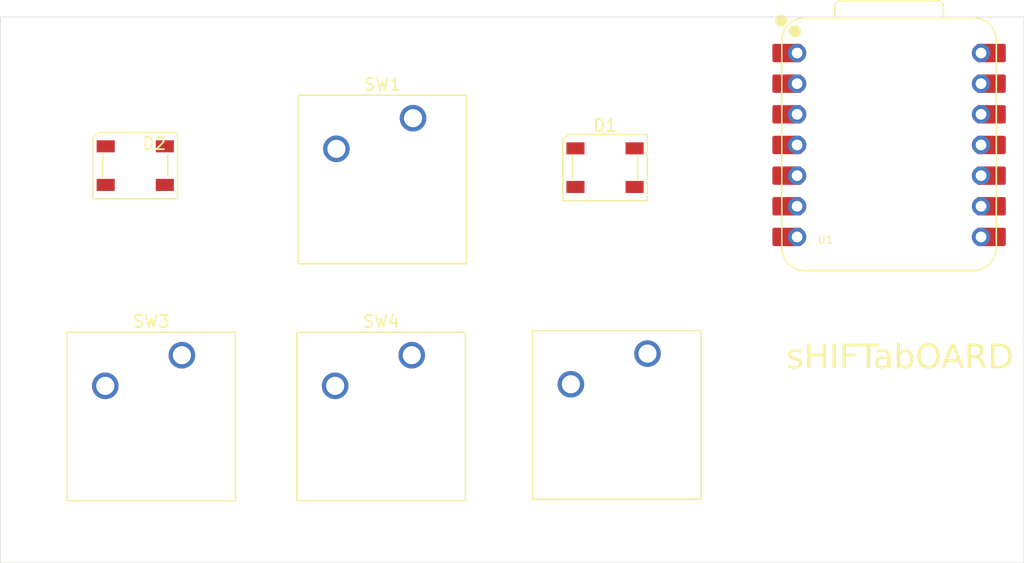
<source format=kicad_pcb>
(kicad_pcb (version 20241229) (generator "pcbnew") (generator_version "9.0")
  (layers (0 "F.Cu" signal) (2 "B.Cu" signal) (13 "F.Paste" user) (15 "B.Paste" user) (5 "F.SilkS" user "F.Silkscreen") (7 "B.SilkS" user "B.Silkscreen") (1 "F.Mask" user) (3 "B.Mask" user) (25 "Edge.Cuts" user))
  (net 0 "")
  (net 1 "GND")
  (net 2 "Net-(D1-DOUT)")
  (net 3 "Net-(U1-GPIO1{slash}RX)")
  (net 4 "Net-(U1-GPIO2{slash}SCK)")
  (net 5 "Net-(U1-GPIO4{slash}MISO)")
  (net 6 "Net-(U1-GPIO3{slash}MOSI)")
  (net 8 "+5V")
  (net 14 "Net-(D1-DIN)")
  (footprint "OPL:XIAO-RP2040-DIP" (layer "F.Cu") (at 163.38 80.21)
    (property "Reference" "U1" (at -5.27 7.83 0) (layer "F.SilkS") (effects (font (size 0.635 0.635) (thickness 0.1016))))
    (property "Value" "XIAO-RP2040-DIP")
    (fp_line (start -8.89 8.509) (end -8.89 -8.636) (stroke (width 0.127)) (layer "F.SilkS"))
    (fp_line (start -6.985 10.414) (end 6.985 10.414) (stroke (width 0.127)) (layer "F.SilkS"))
    (fp_line (start -4.495 -10.541) (end -4.491272 -11.451272) (stroke (width 0.127)) (layer "F.SilkS"))
    (fp_line (start -3.991272 -11.951) (end 4.004 -11.951) (stroke (width 0.127)) (layer "F.SilkS"))
    (fp_line (start 4.504 -11.451) (end 4.504 -10.541) (stroke (width 0.127)) (layer "F.SilkS"))
    (fp_line (start 6.985 -10.541) (end -6.985 -10.541) (stroke (width 0.1)) (layer "F.SilkS"))
    (fp_line (start 6.985 -10.541) (end -6.985 -10.541) (stroke (width 0.127)) (layer "F.SilkS"))
    (fp_line (start 8.89 8.509) (end 8.89 -8.636) (stroke (width 0.127)) (layer "F.SilkS"))
    (fp_arc (start -8.89 -8.636) (mid -8.332038 -9.983038) (end -6.985 -10.541) (stroke (width 0.127)) (layer "F.SilkS"))
    (fp_arc (start -6.985 10.414) (mid -8.332038 9.856038) (end -8.89 8.509) (stroke (width 0.127)) (layer "F.SilkS"))
    (fp_arc (start -4.491272 -11.451272) (mid -4.344728 -11.80464) (end -3.991272 -11.951) (stroke (width 0.127)) (layer "F.SilkS"))
    (fp_arc (start 4.004 -11.951) (mid 4.357553 -11.804553) (end 4.504 -11.451) (stroke (width 0.127)) (layer "F.SilkS"))
    (fp_arc (start 6.985 -10.541) (mid 8.332038 -9.983038) (end 8.89 -8.636) (stroke (width 0.127)) (layer "F.SilkS"))
    (fp_arc (start 8.89 8.509) (mid 8.332038 9.856038) (end 6.985 10.414) (stroke (width 0.127)) (layer "F.SilkS"))
    (fp_circle (center -8.95 -10.3) (end -8.95 -10.554) (stroke (width 0.5)) (fill yes) (layer "F.SilkS"))
    (fp_circle (center -7.807 -9.42) (end -7.807 -9.674) (stroke (width 0.5)) (fill yes) (layer "F.SilkS"))
    (pad "1" smd roundrect (at -8.455 -7.62 180) (size 2.432 1.524) (layers "F.Cu" "F.Mask") (roundrect_rratio 0.1))
    (pad "1" thru_hole circle (at -7.62 -7.62 180) (size 1.524 1.524) (drill 0.889) (layers "*.Cu" "*.Mask"))
    (pad "2" smd roundrect (at -8.455 -5.08 180) (size 2.432 1.524) (layers "F.Cu" "F.Mask") (roundrect_rratio 0.1) (net 14 "Net-(D1-DIN)"))
    (pad "2" thru_hole circle (at -7.62 -5.08 180) (size 1.524 1.524) (drill 0.889) (layers "*.Cu" "*.Mask") (net 14 "Net-(D1-DIN)"))
    (pad "3" smd roundrect (at -8.455 -2.54 180) (size 2.432 1.524) (layers "F.Cu" "F.Mask") (roundrect_rratio 0.1))
    (pad "3" thru_hole circle (at -7.62 -2.54 180) (size 1.524 1.524) (drill 0.889) (layers "*.Cu" "*.Mask"))
    (pad "4" smd roundrect (at -8.455 0 180) (size 2.432 1.524) (layers "F.Cu" "F.Mask") (roundrect_rratio 0.1))
    (pad "4" thru_hole circle (at -7.62 0 180) (size 1.524 1.524) (drill 0.889) (layers "*.Cu" "*.Mask"))
    (pad "5" smd roundrect (at -8.455 2.54 180) (size 2.432 1.524) (layers "F.Cu" "F.Mask") (roundrect_rratio 0.1))
    (pad "5" thru_hole circle (at -7.62 2.54 180) (size 1.524 1.524) (drill 0.889) (layers "*.Cu" "*.Mask"))
    (pad "6" smd roundrect (at -8.455 5.08 180) (size 2.432 1.524) (layers "F.Cu" "F.Mask") (roundrect_rratio 0.1))
    (pad "6" thru_hole circle (at -7.62 5.08 180) (size 1.524 1.524) (drill 0.889) (layers "*.Cu" "*.Mask"))
    (pad "7" smd roundrect (at -8.455 7.62 180) (size 2.432 1.524) (layers "F.Cu" "F.Mask") (roundrect_rratio 0.1))
    (pad "7" thru_hole circle (at -7.62 7.62 180) (size 1.524 1.524) (drill 0.889) (layers "*.Cu" "*.Mask"))
    (pad "8" thru_hole circle (at 7.62 7.62) (size 1.524 1.524) (drill 0.889) (layers "*.Cu" "*.Mask") (net 3 "Net-(U1-GPIO1{slash}RX)"))
    (pad "8" smd roundrect (at 8.455 7.62) (size 2.432 1.524) (layers "F.Cu" "F.Mask") (roundrect_rratio 0.1) (net 3 "Net-(U1-GPIO1{slash}RX)"))
    (pad "9" thru_hole circle (at 7.62 5.08) (size 1.524 1.524) (drill 0.889) (layers "*.Cu" "*.Mask") (net 4 "Net-(U1-GPIO2{slash}SCK)"))
    (pad "9" smd roundrect (at 8.455 5.08) (size 2.432 1.524) (layers "F.Cu" "F.Mask") (roundrect_rratio 0.1) (net 4 "Net-(U1-GPIO2{slash}SCK)"))
    (pad "10" thru_hole circle (at 7.62 2.54) (size 1.524 1.524) (drill 0.889) (layers "*.Cu" "*.Mask") (net 5 "Net-(U1-GPIO4{slash}MISO)"))
    (pad "10" smd roundrect (at 8.455 2.54) (size 2.432 1.524) (layers "F.Cu" "F.Mask") (roundrect_rratio 0.1) (net 5 "Net-(U1-GPIO4{slash}MISO)"))
    (pad "11" thru_hole circle (at 7.62 0) (size 1.524 1.524) (drill 0.889) (layers "*.Cu" "*.Mask") (net 6 "Net-(U1-GPIO3{slash}MOSI)"))
    (pad "11" smd roundrect (at 8.455 0) (size 2.432 1.524) (layers "F.Cu" "F.Mask") (roundrect_rratio 0.1) (net 6 "Net-(U1-GPIO3{slash}MOSI)"))
    (pad "12" thru_hole circle (at 7.62 -2.54) (size 1.524 1.524) (drill 0.889) (layers "*.Cu" "*.Mask"))
    (pad "12" smd roundrect (at 8.455 -2.54) (size 2.432 1.524) (layers "F.Cu" "F.Mask") (roundrect_rratio 0.1))
    (pad "13" thru_hole circle (at 7.62 -5.08) (size 1.524 1.524) (drill 0.889) (layers "*.Cu" "*.Mask") (net 1 "GND"))
    (pad "13" smd roundrect (at 8.455 -5.08) (size 2.432 1.524) (layers "F.Cu" "F.Mask") (roundrect_rratio 0.1) (net 1 "GND"))
    (pad "14" thru_hole circle (at 7.62 -7.62) (size 1.524 1.524) (drill 0.889) (layers "*.Cu" "*.Mask") (net 8 "+5V"))
    (pad "14" smd roundrect (at 8.455 -7.62) (size 2.432 1.524) (layers "F.Cu" "F.Mask") (roundrect_rratio 0.1) (net 8 "+5V"))
  )
  (footprint "Button_Switch_Keyboard:SW_Cherry_MX_1.00u_PCB" (layer "F.Cu") (at 123.93 77.99)
    (property "Reference" "SW1" (at -2.54 -2.794 0) (layer "F.SilkS"))
    (property "Value" "SW_Push")
    (fp_line (start -9.525 -1.905) (end 4.445 -1.905) (stroke (width 0.12)) (layer "F.SilkS"))
    (fp_line (start -9.525 12.065) (end -9.525 -1.905) (stroke (width 0.12)) (layer "F.SilkS"))
    (fp_line (start 4.445 -1.905) (end 4.445 12.065) (stroke (width 0.12)) (layer "F.SilkS"))
    (fp_line (start 4.445 12.065) (end -9.525 12.065) (stroke (width 0.12)) (layer "F.SilkS"))
    (pad "" np_thru_hole circle (at -7.62 5.08) (size 1.7 1.7) (drill 1.7) (layers "*.Cu" "*.Mask"))
    (pad "" np_thru_hole circle (at -2.54 5.08) (size 4 4) (drill 4) (layers "*.Cu" "*.Mask"))
    (pad "" np_thru_hole circle (at 2.54 5.08) (size 1.7 1.7) (drill 1.7) (layers "*.Cu" "*.Mask"))
    (pad "1" thru_hole circle (at 0 0) (size 2.2 2.2) (drill 1.5) (layers "*.Cu" "*.Mask") (net 1 "GND"))
    (pad "2" thru_hole circle (at -6.35 2.54) (size 2.2 2.2) (drill 1.5) (layers "*.Cu" "*.Mask") (net 3 "Net-(U1-GPIO1{slash}RX)"))
  )
  (footprint "Button_Switch_Keyboard:SW_Cherry_MX_1.00u_PCB" (layer "F.Cu") (at 123.825 97.6312)
    (property "Reference" "SW4" (at -2.54 -2.794 0) (layer "F.SilkS"))
    (property "Value" "SW_Push")
    (fp_line (start -9.525 -1.905) (end 4.445 -1.905) (stroke (width 0.12)) (layer "F.SilkS"))
    (fp_line (start -9.525 12.065) (end -9.525 -1.905) (stroke (width 0.12)) (layer "F.SilkS"))
    (fp_line (start 4.445 -1.905) (end 4.445 12.065) (stroke (width 0.12)) (layer "F.SilkS"))
    (fp_line (start 4.445 12.065) (end -9.525 12.065) (stroke (width 0.12)) (layer "F.SilkS"))
    (pad "" np_thru_hole circle (at -7.62 5.08) (size 1.7 1.7) (drill 1.7) (layers "*.Cu" "*.Mask"))
    (pad "" np_thru_hole circle (at -2.54 5.08) (size 4 4) (drill 4) (layers "*.Cu" "*.Mask"))
    (pad "" np_thru_hole circle (at 2.54 5.08) (size 1.7 1.7) (drill 1.7) (layers "*.Cu" "*.Mask"))
    (pad "1" thru_hole circle (at 0 0) (size 2.2 2.2) (drill 1.5) (layers "*.Cu" "*.Mask") (net 1 "GND"))
    (pad "2" thru_hole circle (at -6.35 2.54) (size 2.2 2.2) (drill 1.5) (layers "*.Cu" "*.Mask") (net 6 "Net-(U1-GPIO3{slash}MOSI)"))
  )
  (footprint "Button_Switch_Keyboard:SW_Cherry_MX_1.00u_PCB" (layer "F.Cu") (at 104.775 97.6312)
    (property "Reference" "SW3" (at -2.54 -2.794 0) (layer "F.SilkS"))
    (property "Value" "SW_Push")
    (fp_line (start -9.525 -1.905) (end 4.445 -1.905) (stroke (width 0.12)) (layer "F.SilkS"))
    (fp_line (start -9.525 12.065) (end -9.525 -1.905) (stroke (width 0.12)) (layer "F.SilkS"))
    (fp_line (start 4.445 -1.905) (end 4.445 12.065) (stroke (width 0.12)) (layer "F.SilkS"))
    (fp_line (start 4.445 12.065) (end -9.525 12.065) (stroke (width 0.12)) (layer "F.SilkS"))
    (pad "" np_thru_hole circle (at -7.62 5.08) (size 1.7 1.7) (drill 1.7) (layers "*.Cu" "*.Mask"))
    (pad "" np_thru_hole circle (at -2.54 5.08) (size 4 4) (drill 4) (layers "*.Cu" "*.Mask"))
    (pad "" np_thru_hole circle (at 2.54 5.08) (size 1.7 1.7) (drill 1.7) (layers "*.Cu" "*.Mask"))
    (pad "1" thru_hole circle (at 0 0) (size 2.2 2.2) (drill 1.5) (layers "*.Cu" "*.Mask") (net 1 "GND"))
    (pad "2" thru_hole circle (at -6.35 2.54) (size 2.2 2.2) (drill 1.5) (layers "*.Cu" "*.Mask") (net 5 "Net-(U1-GPIO4{slash}MISO)"))
  )
  (footprint "Button_Switch_Keyboard:SW_Cherry_MX_1.00u_PCB" (layer "F.Cu") (at 143.36 97.5)
    (property "Reference" "SW2" (hide yes))
    (property "Value" "SW_Push")
    (fp_line (start -9.525 -1.905) (end 4.445 -1.905) (stroke (width 0.12)) (layer "F.SilkS"))
    (fp_line (start -9.525 12.065) (end -9.525 -1.905) (stroke (width 0.12)) (layer "F.SilkS"))
    (fp_line (start 4.445 -1.905) (end 4.445 12.065) (stroke (width 0.12)) (layer "F.SilkS"))
    (fp_line (start 4.445 12.065) (end -9.525 12.065) (stroke (width 0.12)) (layer "F.SilkS"))
    (pad "" np_thru_hole circle (at -7.62 5.08) (size 1.7 1.7) (drill 1.7) (layers "*.Cu" "*.Mask"))
    (pad "" np_thru_hole circle (at -2.54 5.08) (size 4 4) (drill 4) (layers "*.Cu" "*.Mask"))
    (pad "" np_thru_hole circle (at 2.54 5.08) (size 1.7 1.7) (drill 1.7) (layers "*.Cu" "*.Mask"))
    (pad "1" thru_hole circle (at 0 0) (size 2.2 2.2) (drill 1.5) (layers "*.Cu" "*.Mask") (net 1 "GND"))
    (pad "2" thru_hole circle (at -6.35 2.54) (size 2.2 2.2) (drill 1.5) (layers "*.Cu" "*.Mask") (net 4 "Net-(U1-GPIO2{slash}SCK)"))
  )
  (footprint "LED_SMD:LED_SK6812_PLCC4_5.0x5.0mm_P3.2mm" (layer "F.Cu") (at 139.84 82.09)
    (property "Reference" "D1" (at 0 -3.5 0) (layer "F.SilkS"))
    (property "Value" "SK6812")
    (fp_line (start -3.5 -2.3) (end -3.5 2.75) (stroke (width 0.12)) (layer "F.SilkS"))
    (fp_line (start -3.05 -2.75) (end -3.5 -2.3) (stroke (width 0.12)) (layer "F.SilkS"))
    (fp_line (start -2.7 -0.9) (end -2.7 0.9) (stroke (width 0.12)) (layer "F.SilkS"))
    (fp_line (start 2.7 -0.9) (end 2.7 0.9) (stroke (width 0.12)) (layer "F.SilkS"))
    (fp_line (start 3.5 -2.75) (end -3.05 -2.75) (stroke (width 0.12)) (layer "F.SilkS"))
    (fp_line (start 3.5 2.75) (end -3.5 2.75) (stroke (width 0.12)) (layer "F.SilkS"))
    (fp_line (start 3.5 2.75) (end 3.5 -2.75) (stroke (width 0.12)) (layer "F.SilkS"))
    (pad "1" smd rect (at -2.45 -1.6 180) (size 1.5 1) (layers "F.Cu" "F.Mask" "F.Paste") (net 1 "GND"))
    (pad "2" smd rect (at -2.45 1.6 180) (size 1.5 1) (layers "F.Cu" "F.Mask" "F.Paste") (net 14 "Net-(D1-DIN)"))
    (pad "3" smd rect (at 2.45 1.6 180) (size 1.5 1) (layers "F.Cu" "F.Mask" "F.Paste") (net 8 "+5V"))
    (pad "4" smd rect (at 2.45 -1.6 180) (size 1.5 1) (layers "F.Cu" "F.Mask" "F.Paste") (net 2 "Net-(D1-DOUT)"))
  )
  (footprint "LED_SMD:LED_SK6812_PLCC4_5.0x5.0mm_P3.2mm" (layer "F.Cu") (at 100.91 81.92)
    (property "Reference" "D2" (at 1.58 -1.82 0) (layer "F.SilkS"))
    (property "Value" "SK6812" (hide yes))
    (fp_line (start -3.5 -2.3) (end -3.5 2.75) (stroke (width 0.12)) (layer "F.SilkS"))
    (fp_line (start -3.05 -2.75) (end -3.5 -2.3) (stroke (width 0.12)) (layer "F.SilkS"))
    (fp_line (start -2.7 -0.9) (end -2.7 0.9) (stroke (width 0.12)) (layer "F.SilkS"))
    (fp_line (start 2.7 -0.9) (end 2.7 0.9) (stroke (width 0.12)) (layer "F.SilkS"))
    (fp_line (start 3.5 -2.75) (end -3.05 -2.75) (stroke (width 0.12)) (layer "F.SilkS"))
    (fp_line (start 3.5 2.75) (end -3.5 2.75) (stroke (width 0.12)) (layer "F.SilkS"))
    (fp_line (start 3.5 2.75) (end 3.5 -2.75) (stroke (width 0.12)) (layer "F.SilkS"))
    (pad "1" smd rect (at -2.45 -1.6 180) (size 1.5 1) (layers "F.Cu" "F.Mask" "F.Paste") (net 1 "GND"))
    (pad "2" smd rect (at -2.45 1.6 180) (size 1.5 1) (layers "F.Cu" "F.Mask" "F.Paste") (net 2 "Net-(D1-DOUT)"))
    (pad "3" smd rect (at 2.45 1.6 180) (size 1.5 1) (layers "F.Cu" "F.Mask" "F.Paste") (net 8 "+5V"))
    (pad "4" smd rect (at 2.45 -1.6 180) (size 1.5 1) (layers "F.Cu" "F.Mask" "F.Paste"))
  )
  (gr_rect (start 89.725 69.60375) (end 174.54875 114.8475) (stroke (width 0.05)) (fill no) (layer "Edge.Cuts"))
  (gr_text "sHIFTabOARD" (at 154.86 99.05 0) (layer "F.SilkS") (effects (font (size 2 2) (thickness 0.1)) (justify left bottom)))
)
</source>
